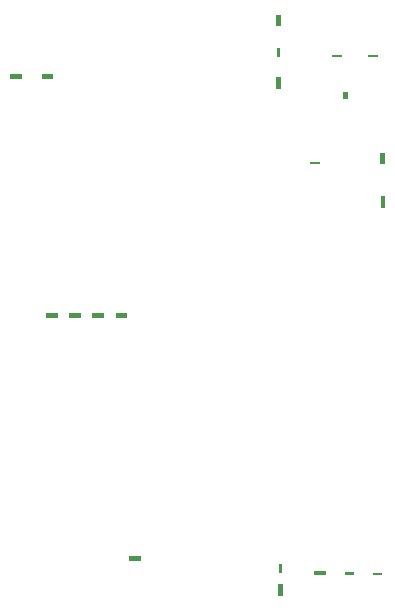
<source format=gbr>
G04 #@! TF.FileFunction,Glue,Top*
%FSLAX46Y46*%
G04 Gerber Fmt 4.6, Leading zero omitted, Abs format (unit mm)*
G04 Created by KiCad (PCBNEW 4.0.6) date 05/08/17 07:10:38*
%MOMM*%
%LPD*%
G01*
G04 APERTURE LIST*
%ADD10C,0.100000*%
G04 APERTURE END LIST*
D10*
G36*
X259604400Y-126757600D02*
X259604400Y-126957800D01*
X260404600Y-126957800D01*
X260404600Y-126757600D01*
X259604400Y-126757600D01*
G37*
G36*
X261992000Y-126808400D02*
X261992000Y-127008600D01*
X262792200Y-127008600D01*
X262792200Y-126808400D01*
X261992000Y-126808400D01*
G37*
G36*
X254062400Y-126851400D02*
X254262600Y-126851400D01*
X254262600Y-126051200D01*
X254062400Y-126051200D01*
X254062400Y-126851400D01*
G37*
G36*
X253784800Y-80545600D02*
X254184600Y-80545600D01*
X254184600Y-79545400D01*
X253784800Y-79545400D01*
X253784800Y-80545600D01*
G37*
G36*
X241327000Y-125394800D02*
X241327000Y-125794600D01*
X242327200Y-125794600D01*
X242327200Y-125394800D01*
X241327000Y-125394800D01*
G37*
G36*
X253937200Y-128754800D02*
X254337000Y-128754800D01*
X254337000Y-127754600D01*
X253937200Y-127754600D01*
X253937200Y-128754800D01*
G37*
G36*
X257990000Y-127032200D02*
X257990000Y-126632400D01*
X256989800Y-126632400D01*
X256989800Y-127032200D01*
X257990000Y-127032200D01*
G37*
G36*
X234307600Y-104839200D02*
X234307600Y-105239000D01*
X235307800Y-105239000D01*
X235307800Y-104839200D01*
X234307600Y-104839200D01*
G37*
G36*
X232259800Y-84995200D02*
X232259800Y-84595400D01*
X231259600Y-84595400D01*
X231259600Y-84995200D01*
X232259800Y-84995200D01*
G37*
G36*
X234926800Y-84969800D02*
X234926800Y-84570000D01*
X233926600Y-84570000D01*
X233926600Y-84969800D01*
X234926800Y-84969800D01*
G37*
G36*
X262649400Y-95912600D02*
X263049200Y-95912600D01*
X263049200Y-94912400D01*
X262649400Y-94912400D01*
X262649400Y-95912600D01*
G37*
G36*
X263023800Y-91229400D02*
X262624000Y-91229400D01*
X262624000Y-92229600D01*
X263023800Y-92229600D01*
X263023800Y-91229400D01*
G37*
G36*
X259449000Y-86720900D02*
X259848800Y-86720900D01*
X259848800Y-86120900D01*
X259449000Y-86120900D01*
X259449000Y-86720900D01*
G37*
G36*
X262411200Y-83142800D02*
X262411200Y-82942600D01*
X261611000Y-82942600D01*
X261611000Y-83142800D01*
X262411200Y-83142800D01*
G37*
G36*
X259337800Y-83142800D02*
X259337800Y-82942600D01*
X258537600Y-82942600D01*
X258537600Y-83142800D01*
X259337800Y-83142800D01*
G37*
G36*
X257483600Y-92210600D02*
X257483600Y-92010400D01*
X256683400Y-92010400D01*
X256683400Y-92210600D01*
X257483600Y-92210600D01*
G37*
G36*
X253810200Y-85803400D02*
X254210000Y-85803400D01*
X254210000Y-84803200D01*
X253810200Y-84803200D01*
X253810200Y-85803400D01*
G37*
G36*
X254084800Y-82363200D02*
X253884600Y-82363200D01*
X253884600Y-83163400D01*
X254084800Y-83163400D01*
X254084800Y-82363200D01*
G37*
G36*
X236238000Y-104839200D02*
X236238000Y-105239000D01*
X237238200Y-105239000D01*
X237238200Y-104839200D01*
X236238000Y-104839200D01*
G37*
G36*
X239219400Y-105239000D02*
X239219400Y-104839200D01*
X238219200Y-104839200D01*
X238219200Y-105239000D01*
X239219400Y-105239000D01*
G37*
G36*
X241200600Y-105239000D02*
X241200600Y-104839200D01*
X240200400Y-104839200D01*
X240200400Y-105239000D01*
X241200600Y-105239000D01*
G37*
M02*

</source>
